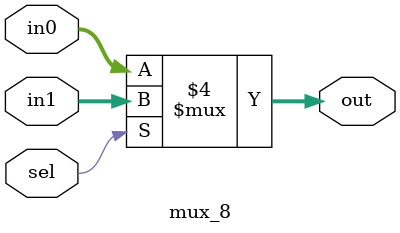
<source format=v>
`timescale 1ns / 1ps
module mux_8(
   input sel,
	input [7:0] in0,
	input [7:0] in1,
  output reg  [7:0] out);


always @ (sel or in0 or in1) begin
  if (sel==0)
   out = in0 ;
  else 
   out = in1 ;
end
endmodule

</source>
